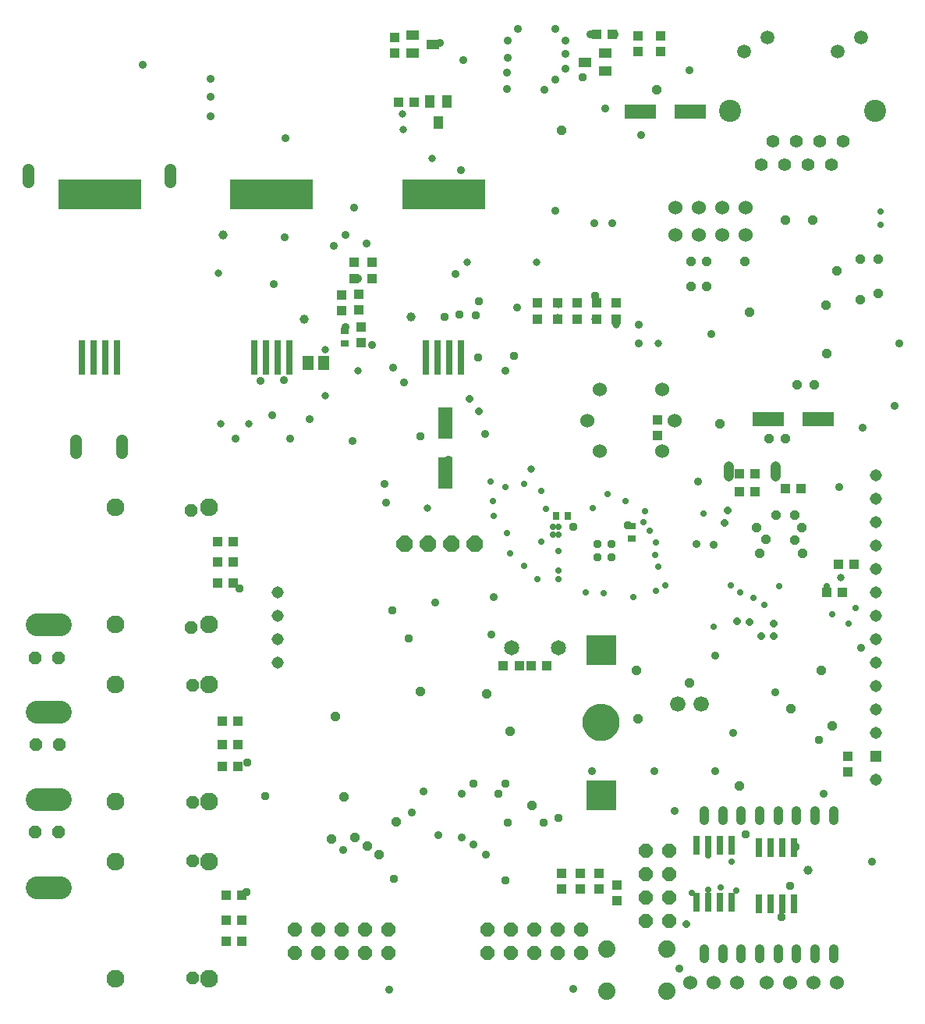
<source format=gbs>
G75*
G70*
%OFA0B0*%
%FSLAX24Y24*%
%IPPOS*%
%LPD*%
%AMOC8*
5,1,8,0,0,1.08239X$1,22.5*
%
%ADD10R,0.0394X0.0433*%
%ADD11R,0.0433X0.0394*%
%ADD12R,0.1378X0.0630*%
%ADD13C,0.0594*%
%ADD14C,0.0945*%
%ADD15C,0.0554*%
%ADD16R,0.0425X0.0413*%
%ADD17C,0.0440*%
%ADD18R,0.0551X0.0394*%
%ADD19C,0.0650*%
%ADD20C,0.0600*%
%ADD21R,0.0630X0.1378*%
%ADD22R,0.0394X0.0551*%
%ADD23OC8,0.0600*%
%ADD24R,0.0354X0.0276*%
%ADD25C,0.0740*%
%ADD26R,0.1250X0.1250*%
%ADD27C,0.0787*%
%ADD28C,0.0660*%
%ADD29C,0.0397*%
%ADD30R,0.0260X0.0800*%
%ADD31C,0.0760*%
%ADD32OC8,0.0520*%
%ADD33C,0.0974*%
%ADD34C,0.0515*%
%ADD35R,0.0515X0.0515*%
%ADD36R,0.0276X0.0354*%
%ADD37R,0.0512X0.0591*%
%ADD38C,0.0515*%
%ADD39R,0.0315X0.1496*%
%ADD40R,0.3543X0.1260*%
%ADD41OC8,0.0700*%
%ADD42OC8,0.0396*%
%ADD43C,0.0357*%
%ADD44C,0.0396*%
%ADD45OC8,0.0317*%
%ADD46OC8,0.0278*%
%ADD47OC8,0.0357*%
%ADD48C,0.0278*%
%ADD49C,0.0317*%
D10*
X026249Y006139D03*
X026249Y006808D03*
X027036Y006808D03*
X027036Y006139D03*
X027824Y006139D03*
X027824Y006808D03*
X028616Y006311D03*
X028616Y005642D03*
X038454Y011158D03*
X038454Y011828D03*
X036475Y023255D03*
X035806Y023255D03*
X034507Y023894D03*
X033837Y023894D03*
X026052Y030499D03*
X026052Y031168D03*
X025215Y031168D03*
X025215Y030499D03*
X017661Y030164D03*
X017661Y029495D03*
X017582Y030878D03*
X017582Y031547D03*
X016844Y031532D03*
X016844Y030863D03*
X019266Y039761D03*
X019935Y039761D03*
X027735Y042644D03*
X028404Y042644D03*
D11*
X029497Y042585D03*
X029497Y041916D03*
X030481Y041916D03*
X030481Y042585D03*
X028562Y031168D03*
X028562Y030499D03*
X027725Y030499D03*
X027725Y031168D03*
X026889Y031168D03*
X026889Y030499D03*
X030333Y026198D03*
X030333Y025528D03*
X033837Y023107D03*
X034507Y023107D03*
X038070Y020007D03*
X038739Y020007D03*
X038247Y018826D03*
X037578Y018826D03*
X025599Y015676D03*
X024930Y015676D03*
X024418Y015676D03*
X023749Y015676D03*
X012558Y005883D03*
X011889Y005883D03*
X011889Y004800D03*
X012558Y004800D03*
X012558Y003914D03*
X011889Y003914D03*
X011741Y011394D03*
X012410Y011394D03*
X012410Y012330D03*
X011741Y012330D03*
X011741Y013314D03*
X012410Y013314D03*
X012213Y019219D03*
X011544Y019219D03*
X011544Y020105D03*
X012213Y020105D03*
X012213Y020991D03*
X011544Y020991D03*
X019113Y041847D03*
X019113Y042517D03*
D12*
X029615Y039347D03*
X031741Y039347D03*
X035078Y026207D03*
X037204Y026207D03*
D13*
X038024Y041908D03*
X039024Y042507D03*
X035044Y042507D03*
X034044Y041908D03*
D14*
X033434Y039377D03*
X039635Y039377D03*
D15*
X038284Y038078D03*
X037284Y038078D03*
X036284Y038078D03*
X035284Y038078D03*
X034784Y037078D03*
X035784Y037078D03*
X036784Y037078D03*
X037784Y037078D03*
D16*
X018148Y032910D03*
X018148Y032221D03*
X017361Y032221D03*
X017361Y032910D03*
D17*
X033369Y024213D02*
X033369Y023773D01*
X035369Y023773D02*
X035369Y024213D01*
D18*
X028099Y041089D03*
X028099Y041837D03*
X027233Y041463D03*
X020727Y042231D03*
X019861Y041857D03*
X019861Y042605D03*
D19*
X024117Y016463D03*
X026117Y016463D03*
D20*
X027883Y024839D03*
X027331Y026158D03*
X027883Y027477D03*
X030520Y027477D03*
X031072Y026158D03*
X030520Y024839D03*
X031097Y034081D03*
X032097Y034081D03*
X032097Y035263D03*
X031097Y035263D03*
X033097Y035263D03*
X034097Y035263D03*
X034097Y034081D03*
X033097Y034081D03*
X032745Y002143D03*
X033745Y002143D03*
X034985Y002143D03*
X035985Y002143D03*
X036985Y002143D03*
X037985Y002143D03*
X031745Y002143D03*
D21*
X021278Y023914D03*
X021278Y026040D03*
D22*
X020963Y038899D03*
X020589Y039766D03*
X021337Y039766D03*
D23*
X029824Y007776D03*
X030824Y007776D03*
X030824Y006776D03*
X030824Y005776D03*
X030824Y004776D03*
X029824Y004776D03*
X029824Y005776D03*
X029824Y006776D03*
X027068Y004424D03*
X027068Y003424D03*
X026068Y003424D03*
X026068Y004424D03*
X025068Y004424D03*
X025068Y003424D03*
X024068Y003424D03*
X024068Y004424D03*
X023068Y004424D03*
X023068Y003424D03*
X018849Y003424D03*
X018849Y004424D03*
X017849Y004424D03*
X016849Y004424D03*
X016849Y003424D03*
X017849Y003424D03*
X015849Y003424D03*
X014849Y003424D03*
X014849Y004424D03*
X015849Y004424D03*
D24*
X029251Y021129D03*
X029251Y021641D03*
X016982Y029460D03*
X016982Y029972D03*
D25*
X028168Y003574D03*
X028168Y001794D03*
X030728Y001794D03*
X030728Y003574D03*
D26*
X027922Y010165D03*
X027922Y016365D03*
D27*
X027528Y013265D02*
X027530Y013304D01*
X027536Y013343D01*
X027546Y013381D01*
X027559Y013418D01*
X027576Y013453D01*
X027596Y013487D01*
X027620Y013518D01*
X027647Y013547D01*
X027676Y013573D01*
X027708Y013596D01*
X027742Y013616D01*
X027778Y013632D01*
X027815Y013644D01*
X027854Y013653D01*
X027893Y013658D01*
X027932Y013659D01*
X027971Y013656D01*
X028010Y013649D01*
X028047Y013638D01*
X028084Y013624D01*
X028119Y013606D01*
X028152Y013585D01*
X028183Y013560D01*
X028211Y013533D01*
X028236Y013503D01*
X028258Y013470D01*
X028277Y013436D01*
X028292Y013400D01*
X028304Y013362D01*
X028312Y013324D01*
X028316Y013285D01*
X028316Y013245D01*
X028312Y013206D01*
X028304Y013168D01*
X028292Y013130D01*
X028277Y013094D01*
X028258Y013060D01*
X028236Y013027D01*
X028211Y012997D01*
X028183Y012970D01*
X028152Y012945D01*
X028119Y012924D01*
X028084Y012906D01*
X028047Y012892D01*
X028010Y012881D01*
X027971Y012874D01*
X027932Y012871D01*
X027893Y012872D01*
X027854Y012877D01*
X027815Y012886D01*
X027778Y012898D01*
X027742Y012914D01*
X027708Y012934D01*
X027676Y012957D01*
X027647Y012983D01*
X027620Y013012D01*
X027596Y013043D01*
X027576Y013077D01*
X027559Y013112D01*
X027546Y013149D01*
X027536Y013187D01*
X027530Y013226D01*
X027528Y013265D01*
D28*
X031211Y014052D03*
X032211Y014052D03*
D29*
X032341Y009478D02*
X032341Y009081D01*
X033129Y009081D02*
X033129Y009478D01*
X033916Y009478D02*
X033916Y009081D01*
X034704Y009081D02*
X034704Y009478D01*
X035491Y009478D02*
X035491Y009081D01*
X036278Y009081D02*
X036278Y009478D01*
X037066Y009478D02*
X037066Y009081D01*
X037853Y009081D02*
X037853Y009478D01*
X037853Y003570D02*
X037853Y003173D01*
X037066Y003173D02*
X037066Y003570D01*
X036278Y003570D02*
X036278Y003173D01*
X035491Y003173D02*
X035491Y003570D01*
X034704Y003570D02*
X034704Y003173D01*
X033916Y003173D02*
X033916Y003570D01*
X033129Y003570D02*
X033129Y003173D01*
X032341Y003173D02*
X032341Y003570D01*
D30*
X032495Y005588D03*
X031995Y005588D03*
X032995Y005588D03*
X033495Y005588D03*
X034652Y005509D03*
X035152Y005509D03*
X035652Y005509D03*
X036152Y005509D03*
X036152Y007929D03*
X035652Y007929D03*
X035152Y007929D03*
X034652Y007929D03*
X033495Y008008D03*
X032995Y008008D03*
X032495Y008008D03*
X031995Y008008D03*
D31*
X011172Y007300D03*
X011172Y009879D03*
X007172Y009879D03*
X007172Y007300D03*
X007172Y002300D03*
X011172Y002300D03*
X011172Y014879D03*
X011172Y017457D03*
X007172Y017457D03*
X007172Y014879D03*
X007172Y022457D03*
X011172Y022457D03*
D32*
X010417Y022320D03*
X010417Y017320D03*
X010456Y014844D03*
X010456Y009844D03*
X010452Y007349D03*
X010452Y002349D03*
X004751Y008589D03*
X003751Y008589D03*
X003761Y012300D03*
X004761Y012300D03*
X004751Y016020D03*
X003751Y016020D03*
D33*
X003813Y006227D02*
X004787Y006227D01*
X004787Y009967D02*
X003813Y009967D01*
X003813Y013707D02*
X004787Y013707D01*
X004787Y017448D02*
X003813Y017448D01*
D34*
X014107Y017812D03*
X014107Y018812D03*
X014107Y016812D03*
X014107Y015812D03*
X039680Y015812D03*
X039680Y014812D03*
X039680Y013812D03*
X039680Y012812D03*
X039680Y010812D03*
X039680Y016812D03*
X039680Y017812D03*
X039680Y018812D03*
X039680Y019812D03*
X039680Y020812D03*
X039680Y021812D03*
X039680Y022812D03*
X039680Y023812D03*
D35*
X039680Y011812D03*
D36*
X026505Y022074D03*
X025993Y022074D03*
D37*
X016081Y028629D03*
X015412Y028629D03*
D38*
X009497Y036363D02*
X009497Y036878D01*
X003434Y036878D02*
X003434Y036363D01*
X005481Y025304D02*
X005481Y024789D01*
X007450Y024789D02*
X007450Y025304D01*
D39*
X007245Y028841D03*
X006745Y028841D03*
X006245Y028841D03*
X005745Y028841D03*
X013097Y028841D03*
X013597Y028841D03*
X014097Y028841D03*
X014597Y028841D03*
X020450Y028841D03*
X020950Y028841D03*
X021450Y028841D03*
X021950Y028841D03*
D40*
X021200Y035814D03*
X013847Y035814D03*
X006495Y035814D03*
D41*
X019542Y020895D03*
X020542Y020895D03*
X021542Y020895D03*
X022542Y020895D03*
D42*
X023050Y014495D03*
X024034Y012871D03*
X024969Y009721D03*
X029497Y013412D03*
X029448Y015479D03*
X031711Y014938D03*
X033828Y010558D03*
X036042Y013855D03*
X037814Y013117D03*
X037322Y015479D03*
X036534Y020499D03*
X036190Y021040D03*
X036485Y021581D03*
X036190Y022123D03*
X035402Y022123D03*
X034566Y021581D03*
X034959Y021089D03*
X034713Y020499D03*
X035796Y023255D03*
X035796Y025371D03*
X035107Y025371D03*
X032991Y026011D03*
X036288Y027684D03*
X037026Y027684D03*
X037568Y029013D03*
X037519Y031080D03*
X038011Y032556D03*
X038995Y033048D03*
X039782Y033048D03*
X039782Y031572D03*
X038995Y031326D03*
X036977Y034721D03*
X035796Y034721D03*
X034074Y032950D03*
X032450Y032950D03*
X031761Y032950D03*
X031761Y031867D03*
X032450Y031867D03*
X034270Y030784D03*
X026249Y038560D03*
X030314Y040272D03*
X020196Y014593D03*
X016554Y013511D03*
X016948Y010066D03*
X017391Y008343D03*
X017932Y007999D03*
X018424Y007605D03*
X019162Y009032D03*
X016406Y008294D03*
D43*
X016894Y007802D03*
X019851Y009426D03*
X020343Y010312D03*
X021971Y010213D03*
X021967Y008343D03*
X022459Y008048D03*
X023001Y007605D03*
X020983Y008442D03*
X018867Y001847D03*
X026741Y001896D03*
X031269Y002733D03*
X031072Y009475D03*
X030186Y011198D03*
X032794Y011198D03*
X033581Y012822D03*
X035353Y014534D03*
X032794Y016119D03*
X032745Y020843D03*
X032007Y020893D03*
X032056Y023550D03*
X032646Y029849D03*
X029546Y029456D03*
X029546Y030243D03*
X028414Y034574D03*
X027627Y034574D03*
X025963Y035105D03*
X029644Y038363D03*
X028089Y039485D03*
X026396Y041168D03*
X025963Y040725D03*
X025491Y040282D03*
X023887Y040331D03*
X023887Y041020D03*
X023936Y041660D03*
X023936Y042398D03*
X024379Y042891D03*
X025954Y042891D03*
X026396Y042398D03*
X026396Y041808D03*
X027479Y042644D03*
X028513Y042644D03*
X031711Y041119D03*
X024349Y030971D03*
X023837Y028274D03*
X022952Y025568D03*
X021396Y024475D03*
X018680Y023452D03*
X018719Y022664D03*
X017302Y025282D03*
X015456Y026203D03*
X014625Y025381D03*
X013872Y026390D03*
X013360Y027836D03*
X014364Y027866D03*
X012302Y025381D03*
X017017Y030164D03*
X018119Y029387D03*
X019034Y028412D03*
X019507Y027782D03*
X017538Y032211D03*
X017893Y033727D03*
X016987Y034081D03*
X016515Y033609D03*
X017371Y035263D03*
X014408Y033993D03*
X013936Y031995D03*
X014428Y038225D03*
X011239Y039160D03*
X011239Y039997D03*
X011239Y040735D03*
X008335Y041355D03*
X021022Y042290D03*
X022026Y041562D03*
X021918Y036837D03*
X021711Y032428D03*
X023345Y018629D03*
X023247Y017005D03*
X020835Y018383D03*
X027528Y011198D03*
X037420Y010213D03*
X039487Y007310D03*
X039044Y016463D03*
X038109Y023304D03*
X039093Y025863D03*
X040471Y026798D03*
X040668Y029456D03*
D44*
X019802Y030587D03*
X015225Y030489D03*
X011780Y034081D03*
X036780Y006965D03*
D45*
X031564Y004652D03*
X034763Y016956D03*
X035304Y016956D03*
X035304Y017497D03*
X034270Y017546D03*
X033729Y017595D03*
X033188Y021778D03*
X033335Y022320D03*
X022706Y026552D03*
X022302Y027093D03*
X021278Y026109D03*
D46*
X027282Y018826D03*
X028020Y018776D03*
X034910Y018284D03*
X035550Y019072D03*
X037814Y017891D03*
X038503Y017497D03*
X038798Y018137D03*
X033488Y007310D03*
X032499Y007581D03*
X032499Y006129D03*
X031810Y005981D03*
X033040Y006227D03*
X033705Y006075D03*
D47*
X035648Y004948D03*
X035993Y006276D03*
X036229Y007935D03*
X034098Y008466D03*
X037223Y012526D03*
X029054Y021680D03*
X028365Y020893D03*
X027774Y020893D03*
X027774Y020302D03*
X028365Y020302D03*
X026741Y021631D03*
X020196Y025469D03*
X022656Y028865D03*
X024211Y028914D03*
X022558Y030656D03*
X022706Y031247D03*
X021869Y030666D03*
X021249Y030587D03*
X027676Y031473D03*
X027135Y040824D03*
X012469Y018973D03*
X019015Y018038D03*
X019704Y016857D03*
X022471Y010656D03*
X023542Y010213D03*
X023837Y010656D03*
X023936Y008983D03*
X025461Y008983D03*
X026101Y009180D03*
X023837Y006522D03*
X019064Y006572D03*
X013552Y010115D03*
X012814Y011542D03*
X012765Y006030D03*
D48*
X025215Y019367D03*
X024625Y019957D03*
X024034Y020499D03*
X023887Y021335D03*
X023345Y022074D03*
X023296Y022713D03*
X023837Y023304D03*
X024625Y023452D03*
X025363Y023156D03*
X025560Y022369D03*
X025855Y021631D03*
X026101Y021631D03*
X026101Y021286D03*
X025855Y021286D03*
X025363Y020991D03*
X026101Y020597D03*
X026101Y019761D03*
X026101Y019367D03*
X027578Y022418D03*
X028217Y023009D03*
X028956Y022713D03*
X029792Y022270D03*
X029743Y021828D03*
X029989Y021434D03*
X030284Y020942D03*
X030235Y020400D03*
X030383Y019908D03*
X030678Y019121D03*
X030284Y018875D03*
X029300Y018629D03*
X032302Y022172D03*
X033483Y019121D03*
X033877Y018826D03*
X034418Y018580D03*
X032745Y017349D03*
X037568Y019072D03*
X023198Y023550D03*
X039881Y034524D03*
X039881Y035066D03*
D49*
X030383Y029456D03*
X028562Y030243D03*
X027676Y030489D03*
X026889Y030528D03*
X026062Y030538D03*
X026101Y031129D03*
X025166Y032900D03*
X022213Y032900D03*
X020688Y037359D03*
X019457Y038584D03*
X019423Y039259D03*
X011554Y032446D03*
X016150Y029175D03*
X017548Y028294D03*
X016126Y027226D03*
X012863Y026011D03*
X011682Y026011D03*
X020491Y022418D03*
X024920Y024091D03*
X038060Y020007D03*
X038158Y019465D03*
M02*

</source>
